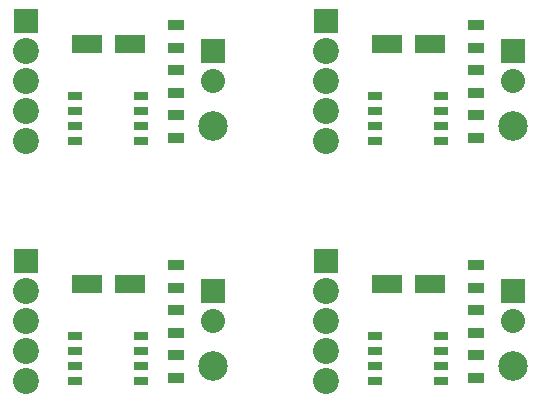
<source format=gts>
G04 (created by PCBNEW (2013-07-07 BZR 4022)-stable) date 29/12/2014 16:41:19*
%MOIN*%
G04 Gerber Fmt 3.4, Leading zero omitted, Abs format*
%FSLAX34Y34*%
G01*
G70*
G90*
G04 APERTURE LIST*
%ADD10C,0.00590551*%
%ADD11R,0.055X0.035*%
%ADD12C,0.0984252*%
%ADD13R,0.0827X0.0827*%
%ADD14C,0.0866*%
%ADD15R,0.05X0.025*%
%ADD16R,0.08X0.08*%
%ADD17C,0.08*%
%ADD18R,0.1024X0.063*%
G04 APERTURE END LIST*
G54D10*
G54D11*
X47750Y-24625D03*
X47750Y-25375D03*
G54D12*
X49000Y-26500D03*
G54D13*
X42750Y-23000D03*
G54D14*
X42750Y-24000D03*
X42750Y-25000D03*
X42750Y-26000D03*
X42750Y-27000D03*
G54D11*
X47750Y-23125D03*
X47750Y-23875D03*
X47750Y-26125D03*
X47750Y-26875D03*
G54D15*
X44400Y-25500D03*
X44400Y-26000D03*
X44400Y-26500D03*
X44400Y-27000D03*
X46600Y-27000D03*
X46600Y-26500D03*
X46600Y-26000D03*
X46600Y-25500D03*
G54D16*
X49000Y-24000D03*
G54D17*
X49000Y-25000D03*
G54D18*
X46209Y-23750D03*
X44791Y-23750D03*
X56209Y-23750D03*
X54791Y-23750D03*
G54D16*
X59000Y-24000D03*
G54D17*
X59000Y-25000D03*
G54D15*
X54400Y-25500D03*
X54400Y-26000D03*
X54400Y-26500D03*
X54400Y-27000D03*
X56600Y-27000D03*
X56600Y-26500D03*
X56600Y-26000D03*
X56600Y-25500D03*
G54D11*
X57750Y-26125D03*
X57750Y-26875D03*
X57750Y-23125D03*
X57750Y-23875D03*
G54D13*
X52750Y-23000D03*
G54D14*
X52750Y-24000D03*
X52750Y-25000D03*
X52750Y-26000D03*
X52750Y-27000D03*
G54D12*
X59000Y-26500D03*
G54D11*
X57750Y-24625D03*
X57750Y-25375D03*
X57750Y-16625D03*
X57750Y-17375D03*
G54D12*
X59000Y-18500D03*
G54D13*
X52750Y-15000D03*
G54D14*
X52750Y-16000D03*
X52750Y-17000D03*
X52750Y-18000D03*
X52750Y-19000D03*
G54D11*
X57750Y-15125D03*
X57750Y-15875D03*
X57750Y-18125D03*
X57750Y-18875D03*
G54D15*
X54400Y-17500D03*
X54400Y-18000D03*
X54400Y-18500D03*
X54400Y-19000D03*
X56600Y-19000D03*
X56600Y-18500D03*
X56600Y-18000D03*
X56600Y-17500D03*
G54D16*
X59000Y-16000D03*
G54D17*
X59000Y-17000D03*
G54D18*
X56209Y-15750D03*
X54791Y-15750D03*
X46209Y-15750D03*
X44791Y-15750D03*
G54D16*
X49000Y-16000D03*
G54D17*
X49000Y-17000D03*
G54D15*
X44400Y-17500D03*
X44400Y-18000D03*
X44400Y-18500D03*
X44400Y-19000D03*
X46600Y-19000D03*
X46600Y-18500D03*
X46600Y-18000D03*
X46600Y-17500D03*
G54D11*
X47750Y-18125D03*
X47750Y-18875D03*
X47750Y-15125D03*
X47750Y-15875D03*
G54D13*
X42750Y-15000D03*
G54D14*
X42750Y-16000D03*
X42750Y-17000D03*
X42750Y-18000D03*
X42750Y-19000D03*
G54D12*
X49000Y-18500D03*
G54D11*
X47750Y-16625D03*
X47750Y-17375D03*
M02*

</source>
